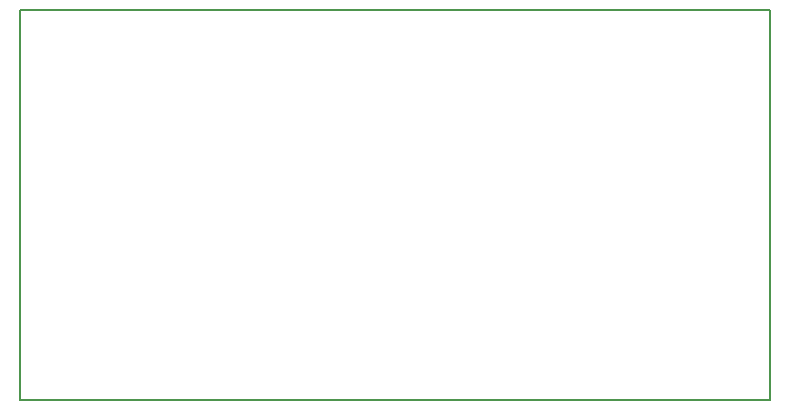
<source format=gbr>
G04 DipTrace Beta 2.9.0.1*
G04 BoardOutline.gbr*
%MOIN*%
G04 #@! TF.FileFunction,Profile*
G04 #@! TF.Part,Single*
%ADD11C,0.006*%
%FSLAX26Y26*%
G04*
G70*
G90*
G75*
G01*
G04 BoardOutline*
%LPD*%
X2894000Y1694000D2*
D11*
Y394000D1*
X394000D1*
Y1694000D1*
X2894000D1*
M02*

</source>
